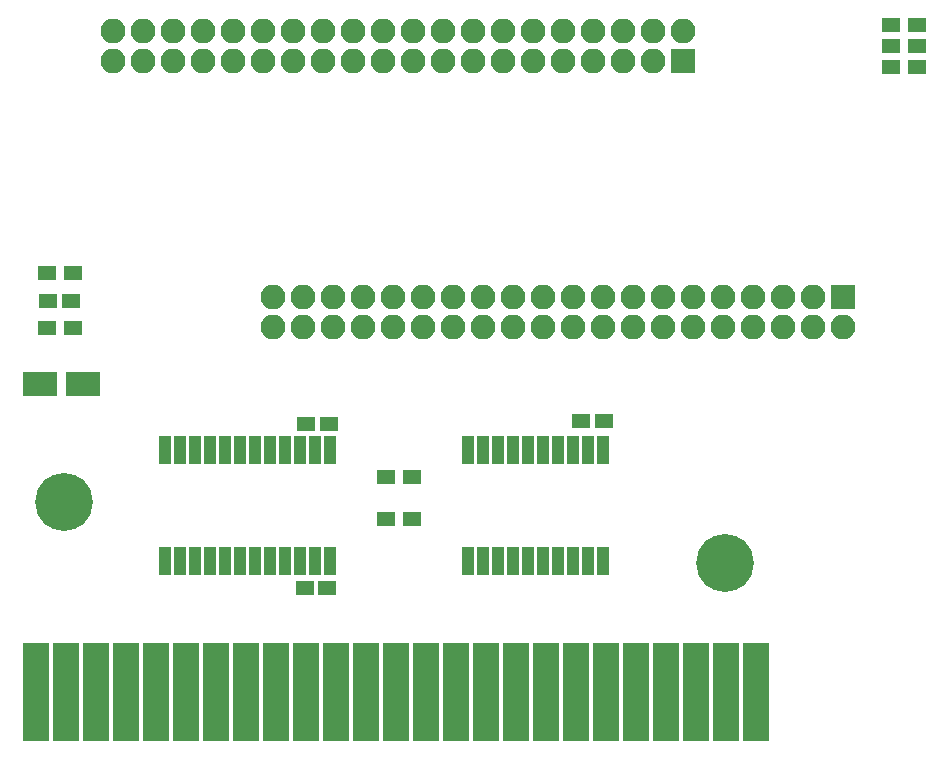
<source format=gbr>
G04 #@! TF.FileFunction,Soldermask,Bot*
%FSLAX46Y46*%
G04 Gerber Fmt 4.6, Leading zero omitted, Abs format (unit mm)*
G04 Created by KiCad (PCBNEW 4.0.7) date 11/27/18 00:25:29*
%MOMM*%
%LPD*%
G01*
G04 APERTURE LIST*
%ADD10C,0.100000*%
%ADD11C,4.900000*%
%ADD12R,2.200000X8.400000*%
%ADD13R,2.100000X2.100000*%
%ADD14O,2.100000X2.100000*%
%ADD15R,1.600000X1.300000*%
%ADD16R,1.600000X1.150000*%
%ADD17R,1.000000X2.350000*%
%ADD18R,1.000000X2.400000*%
%ADD19R,3.000000X2.000000*%
G04 APERTURE END LIST*
D10*
D11*
X185333640Y-98897440D03*
D12*
X187949840Y-109827440D03*
X185409840Y-109827440D03*
X182869840Y-109827440D03*
X180329840Y-109827440D03*
X177789840Y-109827440D03*
X175249840Y-109827440D03*
X172709840Y-109827440D03*
X170169840Y-109827440D03*
X167629840Y-109827440D03*
X165089840Y-109827440D03*
X162549840Y-109827440D03*
X160009840Y-109827440D03*
X157469840Y-109827440D03*
X154929840Y-109827440D03*
X152389840Y-109827440D03*
X149849840Y-109827440D03*
X147309840Y-109827440D03*
X144769840Y-109827440D03*
X142229840Y-109827440D03*
X139689840Y-109827440D03*
X137149840Y-109827440D03*
X134609840Y-109827440D03*
X132069840Y-109827440D03*
X129529840Y-109827440D03*
X126989840Y-109827440D03*
D11*
X129334260Y-93695520D03*
D13*
X181737000Y-56388000D03*
D14*
X181737000Y-53848000D03*
X179197000Y-56388000D03*
X179197000Y-53848000D03*
X176657000Y-56388000D03*
X176657000Y-53848000D03*
X174117000Y-56388000D03*
X174117000Y-53848000D03*
X171577000Y-56388000D03*
X171577000Y-53848000D03*
X169037000Y-56388000D03*
X169037000Y-53848000D03*
X166497000Y-56388000D03*
X166497000Y-53848000D03*
X163957000Y-56388000D03*
X163957000Y-53848000D03*
X161417000Y-56388000D03*
X161417000Y-53848000D03*
X158877000Y-56388000D03*
X158877000Y-53848000D03*
X156337000Y-56388000D03*
X156337000Y-53848000D03*
X153797000Y-56388000D03*
X153797000Y-53848000D03*
X151257000Y-56388000D03*
X151257000Y-53848000D03*
X148717000Y-56388000D03*
X148717000Y-53848000D03*
X146177000Y-56388000D03*
X146177000Y-53848000D03*
X143637000Y-56388000D03*
X143637000Y-53848000D03*
X141097000Y-56388000D03*
X141097000Y-53848000D03*
X138557000Y-56388000D03*
X138557000Y-53848000D03*
X136017000Y-56388000D03*
X136017000Y-53848000D03*
X133477000Y-56388000D03*
X133477000Y-53848000D03*
D13*
X195326000Y-76327000D03*
D14*
X195326000Y-78867000D03*
X192786000Y-76327000D03*
X192786000Y-78867000D03*
X190246000Y-76327000D03*
X190246000Y-78867000D03*
X187706000Y-76327000D03*
X187706000Y-78867000D03*
X185166000Y-76327000D03*
X185166000Y-78867000D03*
X182626000Y-76327000D03*
X182626000Y-78867000D03*
X180086000Y-76327000D03*
X180086000Y-78867000D03*
X177546000Y-76327000D03*
X177546000Y-78867000D03*
X175006000Y-76327000D03*
X175006000Y-78867000D03*
X172466000Y-76327000D03*
X172466000Y-78867000D03*
X169926000Y-76327000D03*
X169926000Y-78867000D03*
X167386000Y-76327000D03*
X167386000Y-78867000D03*
X164846000Y-76327000D03*
X164846000Y-78867000D03*
X162306000Y-76327000D03*
X162306000Y-78867000D03*
X159766000Y-76327000D03*
X159766000Y-78867000D03*
X157226000Y-76327000D03*
X157226000Y-78867000D03*
X154686000Y-76327000D03*
X154686000Y-78867000D03*
X152146000Y-76327000D03*
X152146000Y-78867000D03*
X149606000Y-76327000D03*
X149606000Y-78867000D03*
X147066000Y-76327000D03*
X147066000Y-78867000D03*
D15*
X201574000Y-53340000D03*
X199374000Y-53340000D03*
X130132000Y-78994000D03*
X127932000Y-78994000D03*
D16*
X149865000Y-87122000D03*
X151765000Y-87122000D03*
D15*
X201574000Y-55118000D03*
X199374000Y-55118000D03*
X201574000Y-56896000D03*
X199374000Y-56896000D03*
X130132000Y-74295000D03*
X127932000Y-74295000D03*
D17*
X175006000Y-98680000D03*
X173736000Y-98680000D03*
X172466000Y-98680000D03*
X171196000Y-98680000D03*
X169926000Y-98680000D03*
X168656000Y-98680000D03*
X167386000Y-98680000D03*
X166116000Y-98680000D03*
X164846000Y-98680000D03*
X163576000Y-98680000D03*
X163576000Y-89280000D03*
X164846000Y-89280000D03*
X166116000Y-89280000D03*
X167386000Y-89280000D03*
X168656000Y-89280000D03*
X169926000Y-89280000D03*
X171196000Y-89280000D03*
X172466000Y-89280000D03*
X173736000Y-89280000D03*
X175006000Y-89280000D03*
D15*
X158834000Y-95123000D03*
X156634000Y-95123000D03*
D18*
X151892000Y-98681000D03*
X150622000Y-98681000D03*
X149352000Y-98681000D03*
X148082000Y-98681000D03*
X146812000Y-98681000D03*
X145542000Y-98681000D03*
X144272000Y-98681000D03*
X143002000Y-98681000D03*
X141732000Y-98681000D03*
X140462000Y-98681000D03*
X139192000Y-98681000D03*
X137922000Y-98681000D03*
X137922000Y-89281000D03*
X139192000Y-89281000D03*
X140462000Y-89281000D03*
X141732000Y-89281000D03*
X143002000Y-89281000D03*
X144272000Y-89281000D03*
X145542000Y-89281000D03*
X146812000Y-89281000D03*
X148082000Y-89281000D03*
X149352000Y-89281000D03*
X150622000Y-89281000D03*
X151892000Y-89281000D03*
D16*
X129921000Y-76708000D03*
X128021000Y-76708000D03*
X175067000Y-86868000D03*
X173167000Y-86868000D03*
D19*
X130959000Y-83693000D03*
X127359000Y-83693000D03*
D16*
X149738000Y-100965000D03*
X151638000Y-100965000D03*
D15*
X156634000Y-91567000D03*
X158834000Y-91567000D03*
M02*

</source>
